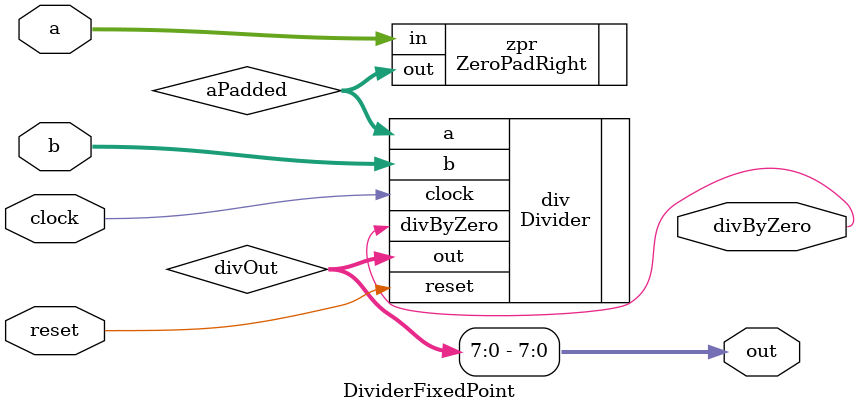
<source format=sv>

module DividerFixedPoint #(parameter A1=4,
                           parameter A2=4,
                           parameter B1=4,
                           parameter B2=4,
                           parameter SIGNED=1)
  (input [A1+A2-1:0] a,
   input [B1+B2-1:0] b,
   input clock,
   input reset,
   output logic [A1+A2-1:0] out,
   output logic divByZero);

  // We express the fixed-point division as an integer division by appending
  // zeros to a: (A1.A2, B2 zeros) / (B1.B2)
  logic [A1+A2+B2-1:0] aPadded;

  // Append B2 zeros on the rhs of a; this also handles the case of appending
  // no zeros if B2 == 0
  ZeroPadRight #(.IN_WIDTH(A1+A2),
                 .OUT_WIDTH(A1+A2+B2))
  zpr(.in(a),
      .out(aPadded));

  logic [A1+A2+B2-1:0] divOut;

  Divider #(.A(A1+A2+B2),
            .B(B1+B2),
            .SIGNED(SIGNED))
  div(.a(aPadded),
      .b,
      .out(divOut),
      .divByZero,
      .clock,
      .reset);

  always_comb begin
    // The result is in the A1 + A2 LSBs of the integer divider
    out = divOut[A1+A2-1:0];
  end
endmodule

</source>
